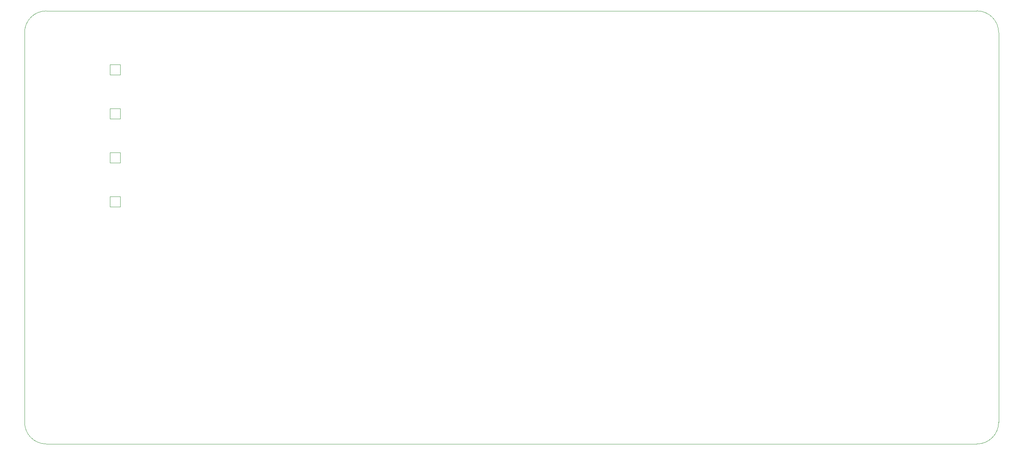
<source format=gbr>
%TF.GenerationSoftware,KiCad,Pcbnew,7.0.5-0*%
%TF.CreationDate,2023-10-31T21:53:37+01:00*%
%TF.ProjectId,20231027_vm-1_prototyp,32303233-3130-4323-975f-766d2d315f70,rev?*%
%TF.SameCoordinates,Original*%
%TF.FileFunction,Profile,NP*%
%FSLAX46Y46*%
G04 Gerber Fmt 4.6, Leading zero omitted, Abs format (unit mm)*
G04 Created by KiCad (PCBNEW 7.0.5-0) date 2023-10-31 21:53:37*
%MOMM*%
%LPD*%
G01*
G04 APERTURE LIST*
%TA.AperFunction,Profile*%
%ADD10C,0.100000*%
%TD*%
%TA.AperFunction,Profile*%
%ADD11C,0.050000*%
%TD*%
G04 APERTURE END LIST*
D10*
X260000000Y-60000000D02*
G75*
G03*
X255000000Y-55000000I-5000000J0D01*
G01*
X40000000Y-55000000D02*
X255000000Y-55000000D01*
X260000000Y-150000000D02*
X260000000Y-60000000D01*
X40000000Y-155000000D02*
X255000000Y-155000000D01*
X35000000Y-60000000D02*
X35000000Y-150000000D01*
X255000000Y-155000000D02*
G75*
G03*
X260000000Y-150000000I0J5000000D01*
G01*
X35000000Y-150000000D02*
G75*
G03*
X40000000Y-155000000I5000000J0D01*
G01*
X40000000Y-55000000D02*
G75*
G03*
X35000000Y-60000000I0J-5000000D01*
G01*
D11*
%TO.C,U31*%
X57080000Y-90100000D02*
X54680000Y-90100000D01*
X54680000Y-90100000D02*
X54680000Y-87700000D01*
X54680000Y-87700000D02*
X57080000Y-87700000D01*
X57080000Y-87700000D02*
X57080000Y-90100000D01*
%TO.C,U30*%
X57080000Y-79940000D02*
X54680000Y-79940000D01*
X54680000Y-79940000D02*
X54680000Y-77540000D01*
X54680000Y-77540000D02*
X57080000Y-77540000D01*
X57080000Y-77540000D02*
X57080000Y-79940000D01*
%TO.C,U29*%
X57080000Y-69780000D02*
X54680000Y-69780000D01*
X54680000Y-69780000D02*
X54680000Y-67380000D01*
X54680000Y-67380000D02*
X57080000Y-67380000D01*
X57080000Y-67380000D02*
X57080000Y-69780000D01*
%TO.C,U32*%
X57080000Y-100260000D02*
X54680000Y-100260000D01*
X54680000Y-100260000D02*
X54680000Y-97860000D01*
X54680000Y-97860000D02*
X57080000Y-97860000D01*
X57080000Y-97860000D02*
X57080000Y-100260000D01*
%TD*%
M02*

</source>
